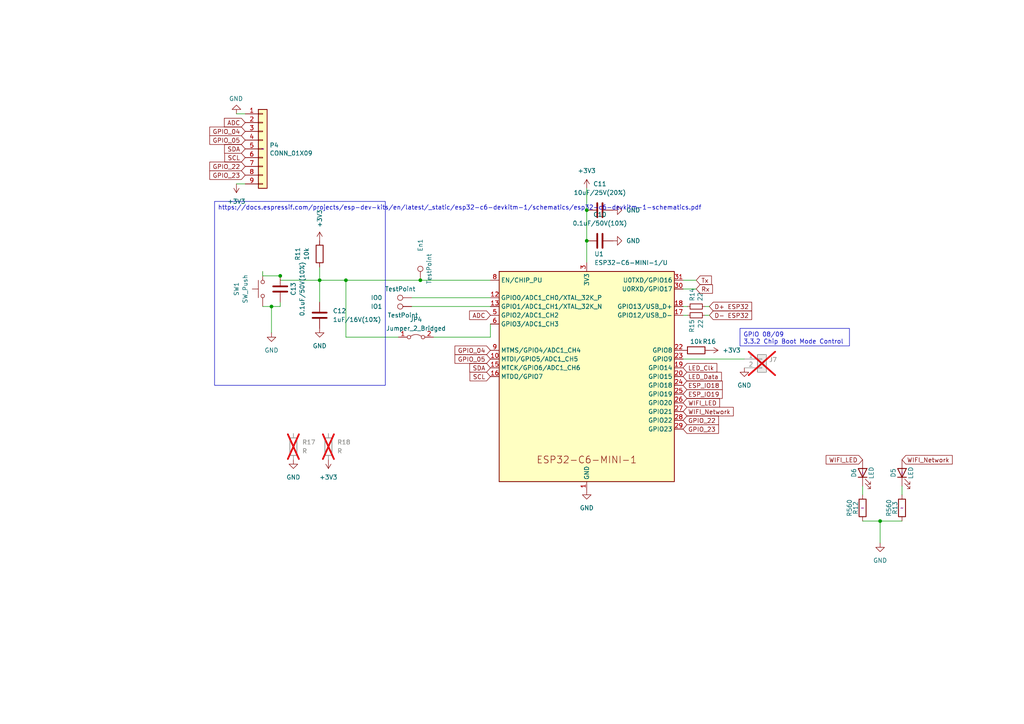
<source format=kicad_sch>
(kicad_sch (version 20230121) (generator eeschema)
  (paper "A4")
  (lib_symbols
    (symbol "Connector:TestPoint" (pin_numbers hide) (pin_names (offset 0.762) hide)
      (property "Reference" "TP" (at 0 6.858 0))
      (property "Value" "TestPoint" (at 0 5.08 0))
      (symbol "TestPoint_0_1"
        (circle (center 0 3.302) (radius 0.762))
      )
      (symbol "TestPoint_1_1"
        (pin passive line (at 0 0 90) (length 2.54) (name "1") (number "1"))
      )
    )
    (symbol "Connector_Generic:Conn_01x02" (pin_names (offset 1.016) hide)
      (property "Reference" "J" (at 0 2.54 0))
      (property "Value" "Conn_01x02" (at 0 -5.08 0))
      (symbol "Conn_01x02_1_1"
        (rectangle (start -1.27 -2.413) (end 0 -2.667) (stroke (width 0.1524)))
        (rectangle (start -1.27 0.127) (end 0 -0.127) (stroke (width 0.1524)))
        (rectangle (start -1.27 1.27) (end 1.27 -3.81) (stroke (width 0.254)) (fill (type background)))
        (pin passive line (at -5.08 0 0) (length 3.81) (name "Pin_1") (number "1"))
        (pin passive line (at -5.08 -2.54 0) (length 3.81) (name "Pin_2") (number "2"))
      )
    )
    (symbol "Connector_Generic:Conn_01x09" (pin_names (offset 1.016) hide)
      (property "Reference" "J" (at 0 12.7 0))
      (property "Value" "Conn_01x09" (at 0 -12.7 0))
      (symbol "Conn_01x09_1_1"
        (rectangle (start -1.27 -10.033) (end 0 -10.287) (stroke (width 0.1524)))
        (rectangle (start -1.27 -7.493) (end 0 -7.747) (stroke (width 0.1524)))
        (rectangle (start -1.27 -4.953) (end 0 -5.207) (stroke (width 0.1524)))
        (rectangle (start -1.27 -2.413) (end 0 -2.667) (stroke (width 0.1524)))
        (rectangle (start -1.27 0.127) (end 0 -0.127) (stroke (width 0.1524)))
        (rectangle (start -1.27 2.667) (end 0 2.413) (stroke (width 0.1524)))
        (rectangle (start -1.27 5.207) (end 0 4.953) (stroke (width 0.1524)))
        (rectangle (start -1.27 7.747) (end 0 7.493) (stroke (width 0.1524)))
        (rectangle (start -1.27 10.287) (end 0 10.033) (stroke (width 0.1524)))
        (rectangle (start -1.27 11.43) (end 1.27 -11.43) (stroke (width 0.254)) (fill (type background)))
        (pin passive line (at -5.08 10.16 0) (length 3.81) (name "Pin_1") (number "1"))
        (pin passive line (at -5.08 7.62 0) (length 3.81) (name "Pin_2") (number "2"))
        (pin passive line (at -5.08 5.08 0) (length 3.81) (name "Pin_3") (number "3"))
        (pin passive line (at -5.08 2.54 0) (length 3.81) (name "Pin_4") (number "4"))
        (pin passive line (at -5.08 0 0) (length 3.81) (name "Pin_5") (number "5"))
        (pin passive line (at -5.08 -2.54 0) (length 3.81) (name "Pin_6") (number "6"))
        (pin passive line (at -5.08 -5.08 0) (length 3.81) (name "Pin_7") (number "7"))
        (pin passive line (at -5.08 -7.62 0) (length 3.81) (name "Pin_8") (number "8"))
        (pin passive line (at -5.08 -10.16 0) (length 3.81) (name "Pin_9") (number "9"))
      )
    )
    (symbol "Device:C" (pin_numbers hide) (pin_names (offset 0.254))
      (property "Reference" "C" (at 0.635 2.54 0))
      (property "Value" "C" (at 0.635 -2.54 0))
      (symbol "C_0_1"
        (polyline (pts (xy -2.032 -0.762) (xy 2.032 -0.762)) (stroke (width 0.508)))
        (polyline (pts (xy -2.032 0.762) (xy 2.032 0.762)) (stroke (width 0.508)))
      )
      (symbol "C_1_1"
        (pin passive line (at 0 3.81 270) (length 2.794) (name "~") (number "1"))
        (pin passive line (at 0 -3.81 90) (length 2.794) (name "~") (number "2"))
      )
    )
    (symbol "Device:LED" (pin_numbers hide) (pin_names (offset 1.016) hide)
      (property "Reference" "D" (at 0 2.54 0))
      (property "Value" "LED" (at 0 -2.54 0))
      (symbol "LED_0_1"
        (polyline (pts (xy -1.27 -1.27) (xy -1.27 1.27)) (stroke (width 0.254)))
        (polyline (pts (xy -1.27 0) (xy 1.27 0)))
        (polyline (pts (xy 1.27 -1.27) (xy 1.27 1.27) (xy -1.27 0) (xy 1.27 -1.27)) (stroke (width 0.254)))
        (polyline (pts (xy -3.048 -0.762) (xy -4.572 -2.286) (xy -3.81 -2.286) (xy -4.572 -2.286) (xy -4.572 -1.524)))
        (polyline (pts (xy -1.778 -0.762) (xy -3.302 -2.286) (xy -2.54 -2.286) (xy -3.302 -2.286) (xy -3.302 -1.524)))
      )
      (symbol "LED_1_1"
        (pin passive line (at -3.81 0 0) (length 2.54) (name "K") (number "1"))
        (pin passive line (at 3.81 0 180) (length 2.54) (name "A") (number "2"))
      )
    )
    (symbol "Device:R" (pin_numbers hide) (pin_names (offset 0))
      (property "Reference" "R" (at 2.032 0 90))
      (property "Value" "R" (at 0 0 90))
      (symbol "R_0_1"
        (rectangle (start -1.016 -2.54) (end 1.016 2.54) (stroke (width 0.254)))
      )
      (symbol "R_1_1"
        (pin passive line (at 0 3.81 270) (length 1.27) (name "~") (number "1"))
        (pin passive line (at 0 -3.81 90) (length 1.27) (name "~") (number "2"))
      )
    )
    (symbol "Device:R_Small" (pin_numbers hide) (pin_names (offset 0.254) hide)
      (property "Reference" "R" (at 0.762 0.508 0))
      (property "Value" "R_Small" (at 0.762 -1.016 0))
      (symbol "R_Small_0_1"
        (rectangle (start -0.762 1.778) (end 0.762 -1.778) (stroke (width 0.2032)))
      )
      (symbol "R_Small_1_1"
        (pin passive line (at 0 2.54 270) (length 0.762) (name "~") (number "1"))
        (pin passive line (at 0 -2.54 90) (length 0.762) (name "~") (number "2"))
      )
    )
    (symbol "Jumper:Jumper_2_Bridged" (pin_names (offset 0) hide)
      (property "Reference" "JP" (at 0 1.905 0))
      (property "Value" "Jumper_2_Bridged" (at 0 -2.54 0))
      (symbol "Jumper_2_Bridged_0_0"
        (circle (center -2.032 0) (radius 0.508))
        (circle (center 2.032 0) (radius 0.508))
      )
      (symbol "Jumper_2_Bridged_0_1"
        (arc (start 1.524 0.254) (mid 0 0.762) (end -1.524 0.254))
      )
      (symbol "Jumper_2_Bridged_1_1"
        (pin passive line (at -5.08 0 0) (length 2.54) (name "A") (number "1"))
        (pin passive line (at 5.08 0 180) (length 2.54) (name "B") (number "2"))
      )
    )
    (symbol "PCM_Espressif:ESP32-C6-MINI-1/U"
      (property "Reference" "U" (at -25.4 35.56 0))
      (property "Value" "ESP32-C6-MINI-1/U" (at -25.4 33.02 0))
      (symbol "ESP32-C6-MINI-1/U_0_0"
        (text "ESP32-C6-MINI-1" (at 0 -24.13 0) (effects (font (size 2 2))))
      )
      (symbol "ESP32-C6-MINI-1/U_0_1"
        (rectangle (start -25.4 30.48) (end 25.4 -30.48) (stroke (width 0.254)) (fill (type background)))
      )
      (symbol "ESP32-C6-MINI-1/U_1_1"
        (pin power_in line (at 0 -33.02 90) (length 2.54) (name "GND") (number "1"))
        (pin bidirectional line (at -27.94 5.08 0) (length 2.54) (name "MTDI/GPIO5/ADC1_CH5") (number "10"))
        (pin passive line (at 0 -33.02 90) (length 2.54) hide (name "GND") (number "11"))
        (pin bidirectional line (at -27.94 22.86 0) (length 2.54) (name "GPIO0/ADC1_CH0/XTAL_32K_P") (number "12"))
        (pin bidirectional line (at -27.94 20.32 0) (length 2.54) (name "GPIO1/ADC1_CH1/XTAL_32K_N") (number "13"))
        (pin passive line (at 0 -33.02 90) (length 2.54) hide (name "GND") (number "14"))
        (pin bidirectional line (at -27.94 2.54 0) (length 2.54) (name "MTCK/GPIO6/ADC1_CH6") (number "15"))
        (pin bidirectional line (at -27.94 0 0) (length 2.54) (name "MTDO/GPIO7") (number "16"))
        (pin bidirectional line (at 27.94 17.78 180) (length 2.54) (name "GPIO12/USB_D-") (number "17"))
        (pin bidirectional line (at 27.94 20.32 180) (length 2.54) (name "GPIO13/USB_D+") (number "18"))
        (pin bidirectional line (at 27.94 2.54 180) (length 2.54) (name "GPIO14") (number "19"))
        (pin passive line (at 0 -33.02 90) (length 2.54) hide (name "GND") (number "2"))
        (pin bidirectional line (at 27.94 0 180) (length 2.54) (name "GPIO15") (number "20"))
        (pin no_connect line (at -25.4 -10.16 0) (length 2.54) hide (name "NC") (number "21"))
        (pin bidirectional line (at 27.94 7.62 180) (length 2.54) (name "GPIO8") (number "22"))
        (pin bidirectional line (at 27.94 5.08 180) (length 2.54) (name "GPIO9") (number "23"))
        (pin bidirectional line (at 27.94 -2.54 180) (length 2.54) (name "GPIO18") (number "24"))
        (pin bidirectional line (at 27.94 -5.08 180) (length 2.54) (name "GPIO19") (number "25"))
        (pin bidirectional line (at 27.94 -7.62 180) (length 2.54) (name "GPIO20") (number "26"))
        (pin bidirectional line (at 27.94 -10.16 180) (length 2.54) (name "GPIO21") (number "27"))
        (pin bidirectional line (at 27.94 -12.7 180) (length 2.54) (name "GPIO22") (number "28"))
        (pin bidirectional line (at 27.94 -15.24 180) (length 2.54) (name "GPIO23") (number "29"))
        (pin power_in line (at 0 33.02 270) (length 2.54) (name "3V3") (number "3"))
        (pin bidirectional line (at 27.94 25.4 180) (length 2.54) (name "U0RXD/GPIO17") (number "30"))
        (pin bidirectional line (at 27.94 27.94 180) (length 2.54) (name "U0TXD/GPIO16") (number "31"))
        (pin no_connect line (at -25.4 -12.7 0) (length 2.54) hide (name "NC") (number "32"))
        (pin no_connect line (at -25.4 -15.24 0) (length 2.54) hide (name "NC") (number "33"))
        (pin no_connect line (at -25.4 -17.78 0) (length 2.54) hide (name "NC") (number "34"))
        (pin no_connect line (at -25.4 -20.32 0) (length 2.54) hide (name "NC") (number "35"))
        (pin passive line (at 0 -33.02 90) (length 2.54) hide (name "GND") (number "36"))
        (pin passive line (at 0 -33.02 90) (length 2.54) hide (name "GND") (number "37"))
        (pin passive line (at 0 -33.02 90) (length 2.54) hide (name "GND") (number "38"))
        (pin passive line (at 0 -33.02 90) (length 2.54) hide (name "GND") (number "39"))
        (pin no_connect line (at -25.4 -5.08 0) (length 2.54) hide (name "NC") (number "4"))
        (pin passive line (at 0 -33.02 90) (length 2.54) hide (name "GND") (number "40"))
        (pin passive line (at 0 -33.02 90) (length 2.54) hide (name "GND") (number "41"))
        (pin passive line (at 0 -33.02 90) (length 2.54) hide (name "GND") (number "42"))
        (pin passive line (at 0 -33.02 90) (length 2.54) hide (name "GND") (number "43"))
        (pin passive line (at 0 -33.02 90) (length 2.54) hide (name "GND") (number "44"))
        (pin passive line (at 0 -33.02 90) (length 2.54) hide (name "GND") (number "45"))
        (pin passive line (at 0 -33.02 90) (length 2.54) hide (name "GND") (number "46"))
        (pin passive line (at 0 -33.02 90) (length 2.54) hide (name "GND") (number "47"))
        (pin passive line (at 0 -33.02 90) (length 2.54) hide (name "GND") (number "48"))
        (pin passive line (at 0 -33.02 90) (length 2.54) hide (name "GND") (number "49"))
        (pin bidirectional line (at -27.94 17.78 0) (length 2.54) (name "GPIO2/ADC1_CH2") (number "5"))
        (pin passive line (at 0 -33.02 90) (length 2.54) hide (name "GND") (number "50"))
        (pin passive line (at 0 -33.02 90) (length 2.54) hide (name "GND") (number "51"))
        (pin passive line (at 0 -33.02 90) (length 2.54) hide (name "GND") (number "52"))
        (pin passive line (at 0 -33.02 90) (length 2.54) hide (name "GND") (number "53"))
        (pin bidirectional line (at -27.94 15.24 0) (length 2.54) (name "GPIO3/ADC1_CH3") (number "6"))
        (pin no_connect line (at -25.4 -7.62 0) (length 2.54) hide (name "NC") (number "7"))
        (pin input line (at -27.94 27.94 0) (length 2.54) (name "EN/CHIP_PU") (number "8"))
        (pin bidirectional line (at -27.94 7.62 0) (length 2.54) (name "MTMS/GPIO4/ADC1_CH4") (number "9"))
      )
    )
    (symbol "Switch:SW_Push" (pin_numbers hide) (pin_names (offset 1.016) hide)
      (property "Reference" "SW" (at 1.27 2.54 0))
      (property "Value" "SW_Push" (at 0 -1.524 0))
      (symbol "SW_Push_0_1"
        (circle (center -2.032 0) (radius 0.508))
        (polyline (pts (xy 0 1.27) (xy 0 3.048)))
        (polyline (pts (xy 2.54 1.27) (xy -2.54 1.27)))
        (circle (center 2.032 0) (radius 0.508))
        (pin passive line (at -5.08 0 0) (length 2.54) (name "1") (number "1"))
        (pin passive line (at 5.08 0 180) (length 2.54) (name "2") (number "2"))
      )
    )
    (symbol "power:+3V3" (power) (pin_names (offset 0))
      (property "Value" "+3V3" (at 0 3.556 0))
      (symbol "+3V3_0_1"
        (polyline (pts (xy -0.762 1.27) (xy 0 2.54)))
        (polyline (pts (xy 0 0) (xy 0 2.54)))
        (polyline (pts (xy 0 2.54) (xy 0.762 1.27)))
      )
      (symbol "+3V3_1_1"
        (pin power_in line (at 0 0 90) (length 0) hide (name "+3V3") (number "1"))
      )
    )
    (symbol "power:GND" (power) (pin_names (offset 0))
      (property "Value" "GND" (at 0 -3.81 0))
      (symbol "GND_0_1"
        (polyline (pts (xy 0 0) (xy 0 -1.27) (xy 1.27 -1.27) (xy 0 -2.54) (xy -1.27 -1.27) (xy 0 -1.27)))
      )
      (symbol "GND_1_1"
        (pin power_in line (at 0 0 270) (length 0) hide (name "GND") (number "1"))
      )
    )
  )
  (junction (at 81.28 80.01))
  (junction (at 78.74 88.9))
  (junction (at 170.18 60.96))
  (junction (at 170.18 69.85))
  (junction (at 255.27 151.13))
  (junction (at 92.71 81.28))
  (junction (at 121.92 81.28))
  (junction (at 100.33 81.28))
  (wire (pts (xy 115.57 97.79) (xy 100.33 97.79)))
  (wire (pts (xy 170.18 54.61) (xy 170.18 60.96)))
  (wire (pts (xy 170.18 69.85) (xy 170.18 76.2)))
  (wire (pts (xy 81.28 87.63) (xy 81.28 88.9)))
  (wire (pts (xy 198.12 81.28) (xy 201.93 81.28)))
  (wire (pts (xy 255.27 151.13) (xy 255.27 157.48)))
  (wire (pts (xy 261.62 140.97) (xy 261.62 143.51)))
  (wire (pts (xy 142.24 93.98) (xy 142.24 97.79)))
  (wire (pts (xy 68.58 33.02) (xy 71.12 33.02)))
  (wire (pts (xy 92.71 81.28) (xy 100.33 81.28)))
  (wire (pts (xy 76.2 80.01) (xy 76.2 78.74)))
  (wire (pts (xy 76.2 80.01) (xy 81.28 80.01)))
  (wire (pts (xy 78.74 96.52) (xy 78.74 88.9)))
  (wire (pts (xy 81.28 81.28) (xy 81.28 80.01)))
  (wire (pts (xy 204.47 88.9) (xy 205.74 88.9)))
  (wire (pts (xy 142.24 88.9) (xy 119.38 88.9)))
  (wire (pts (xy 121.92 81.28) (xy 142.24 81.28)))
  (wire (pts (xy 250.19 151.13) (xy 255.27 151.13)))
  (wire (pts (xy 100.33 81.28) (xy 121.92 81.28)))
  (wire (pts (xy 198.12 88.9) (xy 199.39 88.9)))
  (wire (pts (xy 81.28 88.9) (xy 78.74 88.9)))
  (wire (pts (xy 100.33 97.79) (xy 100.33 81.28)))
  (wire (pts (xy 198.12 104.14) (xy 215.9 104.14)))
  (wire (pts (xy 255.27 151.13) (xy 261.62 151.13)))
  (wire (pts (xy 198.12 91.44) (xy 199.39 91.44)))
  (wire (pts (xy 119.38 86.36) (xy 142.24 86.36)))
  (wire (pts (xy 170.18 60.96) (xy 170.18 69.85)))
  (wire (pts (xy 92.71 87.63) (xy 92.71 81.28)))
  (wire (pts (xy 92.71 77.47) (xy 92.71 81.28)))
  (wire (pts (xy 142.24 97.79) (xy 125.73 97.79)))
  (wire (pts (xy 204.47 91.44) (xy 205.74 91.44)))
  (wire (pts (xy 198.12 83.82) (xy 201.93 83.82)))
  (wire (pts (xy 250.19 140.97) (xy 250.19 143.51)))
  (wire (pts (xy 78.74 88.9) (xy 76.2 88.9)))
  (wire (pts (xy 71.12 53.34) (xy 68.58 53.34)))
  (wire (pts (xy 81.28 81.28) (xy 92.71 81.28)))
  (text_box "GPIO 08/09\n3.3.2 Chip Boot Mode Control" (at 214.63 95.25 0) (size 31.75 5.08) (effects (font (size 1.27 1.27)) (justify left top)))
  (text_box "Resource 0805 LEDS" (at 303.53 99.06 0) (size 64.77 57.15) (effects (font (size 1.27 1.27)) (justify left top)))
  (text_box "https://docs.espressif.com/projects/esp-dev-kits/en/latest/_static/esp32-c6-devkitm-1/schematics/esp32-c6-devkitm-1-schematics.pdf" (at 62.23 58.42 0) (size 49.53 53.34) (effects (font (size 1.27 1.27)) (justify left top)))
  (global_label "Rx" (shape input) (at 201.93 83.82 0) (property "Intersheetrefs" "${INTERSHEET_REFS}" (effects hide)))
  (global_label "GPIO_04" (shape input) (at 71.12 38.1 180) (property "Intersheetrefs" "${INTERSHEET_REFS}" (effects hide)))
  (global_label "D+ ESP32" (shape input) (at 205.74 88.9 0) (property "Intersheetrefs" "${INTERSHEET_REFS}" (effects hide)))
  (global_label "WIFI_LED" (shape input) (at 250.19 133.35 180) (property "Intersheetrefs" "${INTERSHEET_REFS}" (effects hide)))
  (global_label "WIFI_Network" (shape input) (at 261.62 133.35 0) (property "Intersheetrefs" "${INTERSHEET_REFS}" (effects hide)))
  (global_label "SDA" (shape input) (at 71.12 43.18 180) (property "Intersheetrefs" "${INTERSHEET_REFS}" (effects hide)))
  (global_label "GPIO_04" (shape input) (at 142.24 101.6 180) (property "Intersheetrefs" "${INTERSHEET_REFS}" (effects hide)))
  (global_label "ADC" (shape input) (at 71.12 35.56 180) (property "Intersheetrefs" "${INTERSHEET_REFS}" (effects hide)))
  (global_label "GPIO_05" (shape input) (at 142.24 104.14 180) (property "Intersheetrefs" "${INTERSHEET_REFS}" (effects hide)))
  (global_label "GPIO_22" (shape input) (at 71.12 48.26 180) (property "Intersheetrefs" "${INTERSHEET_REFS}" (effects hide)))
  (global_label "ADC" (shape input) (at 142.24 91.44 180) (property "Intersheetrefs" "${INTERSHEET_REFS}" (effects hide)))
  (global_label "WIFI_LED" (shape input) (at 198.12 116.84 0) (property "Intersheetrefs" "${INTERSHEET_REFS}" (effects hide)))
  (global_label "WIFI_Network" (shape input) (at 198.12 119.38 0) (property "Intersheetrefs" "${INTERSHEET_REFS}" (effects hide)))
  (global_label "GPIO_23" (shape input) (at 71.12 50.8 180) (property "Intersheetrefs" "${INTERSHEET_REFS}" (effects hide)))
  (global_label "ESP_IO18" (shape input) (at 198.12 111.76 0) (property "Intersheetrefs" "${INTERSHEET_REFS}" (effects hide)))
  (global_label "SCL" (shape input) (at 142.24 109.22 180) (property "Intersheetrefs" "${INTERSHEET_REFS}" (effects hide)))
  (global_label "GPIO_23" (shape input) (at 198.12 124.46 0) (property "Intersheetrefs" "${INTERSHEET_REFS}" (effects hide)))
  (global_label "LED_Data" (shape input) (at 198.12 109.22 0) (property "Intersheetrefs" "${INTERSHEET_REFS}" (effects hide)))
  (global_label "LED_Clk" (shape input) (at 198.12 106.68 0) (property "Intersheetrefs" "${INTERSHEET_REFS}" (effects hide)))
  (global_label "SDA" (shape input) (at 142.24 106.68 180) (property "Intersheetrefs" "${INTERSHEET_REFS}" (effects hide)))
  (global_label "D- ESP32" (shape input) (at 205.74 91.44 0) (property "Intersheetrefs" "${INTERSHEET_REFS}" (effects hide)))
  (global_label "Tx" (shape input) (at 201.93 81.28 0) (property "Intersheetrefs" "${INTERSHEET_REFS}" (effects hide)))
  (global_label "GPIO_05" (shape input) (at 71.12 40.64 180) (property "Intersheetrefs" "${INTERSHEET_REFS}" (effects hide)))
  (global_label "GPIO_22" (shape input) (at 198.12 121.92 0) (property "Intersheetrefs" "${INTERSHEET_REFS}" (effects hide)))
  (global_label "SCL" (shape input) (at 71.12 45.72 180) (property "Intersheetrefs" "${INTERSHEET_REFS}" (effects hide)))
  (global_label "ESP_IO19" (shape input) (at 198.12 114.3 0) (property "Intersheetrefs" "${INTERSHEET_REFS}" (effects hide)))
  (symbol (lib_id "Connector_Generic:Conn_01x09") (at 76.2 43.18 0) (unit 1)
    (property "Reference" "P4" (at 78.1812 42.1386 0) (effects (justify left)))
    (property "Value" "CONN_01X09" (at 78.1812 44.45 0) (effects (justify left)))
    (property "Footprint" "Connector_PinSocket_2.54mm:PinSocket_1x09_P2.54mm_Vertical" (effects hide))
    (property "Datasheet" "~" (at 76.2 43.18 0))
    (property "Description" "DNP" (effects hide))
  )
  (symbol (lib_id "power:GND") (at 78.74 96.52 0) (unit 1)
    (property "Reference" "#PWR033" (effects hide))
    (property "Value" "GND" (at 78.74 101.6 0))
  )
  (symbol (lib_id "power:GND") (at 170.18 142.24 0) (unit 1)
    (property "Reference" "#PWR02" (effects hide))
    (property "Value" "GND" (at 170.18 147.32 0))
  )
  (symbol (lib_id "Device:R") (at 85.09 129.54 0) (unit 1) (dnp yes)
    (property "Reference" "R17" (at 87.63 128.27 0) (effects (justify left)))
    (property "Value" "R" (at 87.63 130.81 0) (effects (justify left)))
    (property "Footprint" "Resistor_SMD:R_0805_2012Metric" (effects hide))
  )
  (symbol (lib_id "Device:C") (at 92.71 91.44 0) (unit 1)
    (property "Reference" "C12" (at 96.52 90.17 0) (effects (justify left)))
    (property "Value" "1uF/16V(10%)" (at 96.52 92.71 0) (effects (justify left)))
    (property "Footprint" "Capacitor_SMD:C_0603_1608Metric_Pad1.08x0.95mm_HandSolder" (effects hide))
    (property "LCSC" "C85862" (effects hide))
    (property "LCSC Stock" "https://www.lcsc.com/product-detail/Multilayer-Ceramic-Capacitors-MLCC-SMD-SMT_Murata-Electronics-GCM188R71E105KA64D_C85862.html" (effects hide))
  )
  (symbol (lib_id "Connector:TestPoint") (at 119.38 88.9 90) (unit 1)
    (property "Reference" "IO1" (at 109.22 88.9 90))
    (property "Value" "TestPoint" (at 116.84 91.44 90))
    (property "Footprint" "TestPoint:TestPoint_Pad_D2.5mm" (effects hide))
  )
  (symbol (lib_id "Connector_Generic:Conn_01x02") (at 220.98 104.14 0) (unit 1) (dnp yes)
    (property "Reference" "J7" (at 223.012 104.3432 0) (effects (justify left)))
    (property "Value" "Battery_Test_Points" (effects hide))
    (property "Footprint" "Connector_PinSocket_2.54mm:PinSocket_1x02_P2.54mm_Vertical" (effects hide))
  )
  (symbol (lib_id "power:+3V3") (at 170.18 54.61 0) (unit 1)
    (property "Reference" "#PWR07" (effects hide))
    (property "Value" "+3V3" (at 170.18 49.53 0))
  )
  (symbol (lib_id "power:+3V3") (at 205.74 101.6 270) (unit 1)
    (property "Reference" "#PWR038" (effects hide))
    (property "Value" "+3V3" (at 209.55 101.6 90) (effects (justify left)))
  )
  (symbol (lib_id "power:+3V3") (at 68.58 53.34 180) (unit 1)
    (property "Reference" "#PWR03" (effects hide))
    (property "Value" "+3V3" (at 68.58 58.42 0))
  )
  (symbol (lib_id "power:GND") (at 215.9 106.68 0) (unit 1)
    (property "Reference" "#PWR041" (effects hide))
    (property "Value" "GND" (at 215.9 111.76 0))
  )
  (symbol (lib_id "Connector:TestPoint") (at 121.92 81.28 0) (unit 1)
    (property "Reference" "En1" (at 121.92 71.12 90))
    (property "Value" "TestPoint" (at 124.46 77.978 90))
    (property "Footprint" "TestPoint:TestPoint_Pad_D2.5mm" (effects hide))
  )
  (symbol (lib_id "power:GND") (at 85.09 133.35 0) (unit 1)
    (property "Reference" "#PWR039" (effects hide))
    (property "Value" "GND" (at 85.09 138.43 0))
  )
  (symbol (lib_id "power:GND") (at 255.27 157.48 0) (unit 1)
    (property "Reference" "#PWR020" (effects hide))
    (property "Value" "GND" (at 255.27 162.56 0))
  )
  (symbol (lib_id "Device:R") (at 95.25 129.54 0) (unit 1) (dnp yes)
    (property "Reference" "R18" (at 97.79 128.27 0) (effects (justify left)))
    (property "Value" "R" (at 97.79 130.81 0) (effects (justify left)))
    (property "Footprint" "Resistor_SMD:R_0805_2012Metric" (effects hide))
  )
  (symbol (lib_id "Device:R_Small") (at 201.93 88.9 90) (unit 1)
    (property "Reference" "R14" (at 200.7616 87.4014 0) (effects (justify left)))
    (property "Value" "22" (at 203.073 87.4014 0) (effects (justify left)))
    (property "Footprint" "Resistor_SMD:R_0603_1608Metric_Pad0.98x0.95mm_HandSolder" (effects hide))
    (property "Farnell" "3495168 " (effects hide))
    (property "Farnell Price/Stock" "https://uk.farnell.com/yageo/ac0201fr-0722rl/res-22r-1-0-05w-0201-thick-film/dp/3495168" (effects hide))
    (property "LCSC" "C860239" (effects hide))
    (property "LCSC Stock" "https://www.lcsc.com/product-detail/Chip-span-style-background-color-ff0-Resistor-span-Surface-Mount_YAGEO-RT0603BRB0722RL_C860239.html" (effects hide))
  )
  (symbol (lib_id "Connector:TestPoint") (at 119.38 86.36 90) (unit 1)
    (property "Reference" "IO0" (at 109.22 86.36 90))
    (property "Value" "TestPoint" (at 116.078 83.82 90))
    (property "Footprint" "TestPoint:TestPoint_Pad_D2.5mm" (effects hide))
  )
  (symbol (lib_id "Jumper:Jumper_2_Bridged") (at 120.65 97.79 0) (unit 1)
    (property "Reference" "JP4" (at 120.65 92.71 0))
    (property "Value" "Jumper_2_Bridged" (at 120.65 95.25 0))
    (property "Footprint" "Jumper:SolderJumper-2_P1.3mm_Bridged_RoundedPad1.0x1.5mm" (effects hide))
  )
  (symbol (lib_id "Device:R") (at 261.62 147.32 180) (unit 1)
    (property "Reference" "R13" (at 259.588 147.32 90))
    (property "Value" "R560" (at 257.81 147.32 90))
    (property "Footprint" "Resistor_SMD:R_0603_1608Metric_Pad0.98x0.95mm_HandSolder" (effects hide))
    (property "Datasheet" "~" (at 261.62 147.32 0))
    (property "Farnell" "2502470" (effects hide))
    (property "Farnell Price/Stock" "https://uk.farnell.com/walsin/wr06x5600ftl/res-560r-1-75v-0603-thick-film/dp/2502470" (effects hide))
    (property "LCSC" "C5455512" (effects hide))
    (property "LCSC Stock" "https://www.lcsc.com/product-detail/Chip-span-style-background-color-ff0-Resistor-span-Surface-Mount_YAGEO-AT0603BRD07560RL_C5455512.html" (effects hide))
  )
  (symbol (lib_id "power:+3V3") (at 95.25 133.35 180) (unit 1)
    (property "Reference" "#PWR040" (effects hide))
    (property "Value" "+3V3" (at 95.25 138.43 0))
  )
  (symbol (lib_id "Device:LED") (at 261.62 137.16 90) (unit 1)
    (property "Reference" "D5" (at 259.08 137.16 0))
    (property "Value" "LED" (at 264.16 137.16 0))
    (property "Footprint" "LED_SMD:LED_0805_2012Metric_Pad1.15x1.40mm_HandSolder" (effects hide))
    (property "Datasheet" "~" (at 261.62 137.16 0))
    (property "Farnell" "2322102" (effects hide))
    (property "Farnell Price/Stock" "https://uk.farnell.com/multicomp-pro/mp008279/led-green-70mcd-576nm-0805/dp/3796308" (effects hide))
    (property "LCSC" "C497949" (effects hide))
    (property "LCSC Stock" "https://www.lcsc.com/product-detail/LED-Indication-Discrete_HONGLITRONIC-Hongli-Zhihui-HONGLITRONIC-HL-PSC-2012U36FC_C497949.html" (effects hide))
  )
  (symbol (lib_id "power:GND") (at 92.71 95.25 0) (unit 1)
    (property "Reference" "#PWR013" (effects hide))
    (property "Value" "GND" (at 92.71 100.33 0))
  )
  (symbol (lib_id "Switch:SW_Push") (at 76.2 83.82 90) (unit 1)
    (property "Reference" "SW1" (at 68.58 83.82 0))
    (property "Value" "SW_Push" (at 71.12 83.82 0))
    (property "Footprint" "Button_Switch_SMD:SW_Push_1P1T_NO_6x6mm_H9.5mm" (effects hide))
    (property "LCSC" "C221772" (effects hide))
    (property "LCSC Stock" "https://www.lcsc.com/product-detail/Tactile-Switches_C-K-KSEK43GLFS_C221772.html" (effects hide))
  )
  (symbol (lib_id "Device:R") (at 250.19 147.32 180) (unit 1)
    (property "Reference" "R12" (at 248.158 147.32 90))
    (property "Value" "R560" (at 246.38 147.32 90))
    (property "Footprint" "Resistor_SMD:R_0603_1608Metric_Pad0.98x0.95mm_HandSolder" (effects hide))
    (property "Datasheet" "~" (at 250.19 147.32 0))
    (property "Farnell" "2502470" (effects hide))
    (property "Farnell Price/Stock" "https://uk.farnell.com/walsin/wr06x5600ftl/res-560r-1-75v-0603-thick-film/dp/2502470" (effects hide))
    (property "LCSC" "C5455512" (effects hide))
    (property "LCSC Stock" "https://www.lcsc.com/product-detail/Chip-span-style-background-color-ff0-Resistor-span-Surface-Mount_YAGEO-AT0603BRD07560RL_C5455512.html" (effects hide))
  )
  (symbol (lib_id "Device:C") (at 81.28 83.82 0) (unit 1)
    (property "Reference" "C13" (at 85.09 83.82 90))
    (property "Value" "0.1uF/50V(10%)" (at 87.63 83.82 90))
    (property "Footprint" "Capacitor_SMD:C_0603_1608Metric_Pad1.08x0.95mm_HandSolder" (effects hide))
    (property "LCSC" "C237171" (effects hide))
    (property "LCSC Stock" "https://www.lcsc.com/product-detail/Multilayer-Ceramic-Capacitors-MLCC-SMD-SMT_Walsin-Tech-Corp-0603B104J250CT_C237171.html" (effects hide))
  )
  (symbol (lib_id "Device:R_Small") (at 201.93 91.44 90) (unit 1)
    (property "Reference" "R15" (at 200.66 96.52 0) (effects (justify left)))
    (property "Value" "22" (at 203.2 95.25 0) (effects (justify left)))
    (property "Footprint" "Resistor_SMD:R_0603_1608Metric_Pad0.98x0.95mm_HandSolder" (effects hide))
    (property "Farnell" "3495168 " (effects hide))
    (property "Farnell Price/Stock" "https://uk.farnell.com/yageo/ac0201fr-0722rl/res-22r-1-0-05w-0201-thick-film/dp/3495168" (effects hide))
    (property "LCSC" "C860239" (effects hide))
    (property "LCSC Stock" "https://www.lcsc.com/product-detail/Chip-span-style-background-color-ff0-Resistor-span-Surface-Mount_YAGEO-RT0603BRB0722RL_C860239.html" (effects hide))
  )
  (symbol (lib_id "power:GND") (at 68.58 33.02 180) (unit 1)
    (property "Reference" "#PWR04" (effects hide))
    (property "Value" "GND" (at 68.453 28.6258 0))
  )
  (symbol (lib_id "power:+3V3") (at 92.71 69.85 0) (unit 1)
    (property "Reference" "#PWR032" (effects hide))
    (property "Value" "+3V3" (at 92.71 66.04 90) (effects (justify left)))
  )
  (symbol (lib_id "Device:R") (at 92.71 73.66 0) (unit 1)
    (property "Reference" "R11" (at 86.36 73.66 90))
    (property "Value" "10k" (at 88.9 73.66 90))
    (property "Footprint" "Resistor_SMD:R_0603_1608Metric_Pad0.98x0.95mm_HandSolder" (effects hide))
    (property "LCSC" "C862388" (effects hide))
    (property "LCSC Stock" "https://www.lcsc.com/product-detail/Chip-span-style-background-color-ff0-Resistor-span-Surface-Mount_YAGEO-RT0603CRD0710KL_C862388.html" (effects hide))
  )
  (symbol (lib_id "Device:R") (at 201.93 101.6 270) (unit 1)
    (property "Reference" "R16" (at 205.74 99.06 90))
    (property "Value" "10k" (at 201.93 99.06 90))
    (property "Footprint" "Resistor_SMD:R_0603_1608Metric_Pad0.98x0.95mm_HandSolder" (effects hide))
    (property "LCSC" "C862388" (effects hide))
    (property "LCSC Stock" "https://www.lcsc.com/product-detail/Chip-span-style-background-color-ff0-Resistor-span-Surface-Mount_YAGEO-RT0603CRD0710KL_C862388.html" (effects hide))
  )
  (symbol (lib_id "Device:LED") (at 250.19 137.16 90) (unit 1)
    (property "Reference" "D6" (at 247.65 137.16 0))
    (property "Value" "LED" (at 252.73 137.16 0))
    (property "Footprint" "LED_SMD:LED_0805_2012Metric_Pad1.15x1.40mm_HandSolder" (effects hide))
    (property "Datasheet" "~" (at 250.19 137.16 0))
    (property "Farnell" "2322102" (effects hide))
    (property "Farnell Price/Stock" "https://uk.farnell.com/multicomp-pro/mp008279/led-green-70mcd-576nm-0805/dp/3796308" (effects hide))
    (property "LCSC" "C497935" (effects hide))
    (property "LCSC Stock" "https://www.lcsc.com/product-detail/LED-Indication-Discrete_HONGLITRONIC-Hongli-Zhihui-HONGLITRONIC-HL-PST-1608S22OC-04_C497935.html" (effects hide))
  )
  (symbol (lib_id "Device:C") (at 173.99 69.85 270) (unit 1)
    (property "Reference" "C10" (at 173.99 62.23 90))
    (property "Value" "0.1uF/50V(10%)" (at 173.99 64.77 90))
    (property "Footprint" "Capacitor_SMD:C_0603_1608Metric_Pad1.08x0.95mm_HandSolder" (effects hide))
    (property "LCSC" "C237171" (effects hide))
    (property "LCSC Stock" "https://www.lcsc.com/product-detail/Multilayer-Ceramic-Capacitors-MLCC-SMD-SMT_Walsin-Tech-Corp-0603B104J250CT_C237171.html" (effects hide))
  )
  (symbol (lib_id "Device:C") (at 173.99 60.96 270) (unit 1)
    (property "Reference" "C11" (at 173.99 53.34 90))
    (property "Value" "10uF/25V(20%)" (at 173.99 55.88 90))
    (property "Footprint" "Capacitor_SMD:C_0603_1608Metric_Pad1.08x0.95mm_HandSolder" (effects hide))
    (property "LCSC" "C76614" (effects hide))
    (property "LCSC Stock" "https://www.lcsc.com/product-detail/Multilayer-Ceramic-Capacitors-MLCC-SMD-SMT_TDK-C1608X5R1E106MT000E_C76614.html" (effects hide))
  )
  (symbol (lib_id "power:GND") (at 177.8 60.96 90) (unit 1)
    (property "Reference" "#PWR031" (effects hide))
    (property "Value" "GND" (at 181.61 60.96 90) (effects (justify right)))
  )
  (symbol (lib_id "power:GND") (at 177.8 69.85 90) (unit 1)
    (property "Reference" "#PWR030" (effects hide))
    (property "Value" "GND" (at 181.61 69.85 90) (effects (justify right)))
  )
  (symbol (lib_id "PCM_Espressif:ESP32-C6-MINI-1/U") (at 170.18 109.22 0) (unit 1)
    (property "Reference" "U1" (at 172.3741 73.66 0) (effects (justify left)))
    (property "Value" "ESP32-C6-MINI-1/U" (at 172.3741 76.2 0) (effects (justify left)))
    (property "Footprint" "PCM_Espressif:ESP32-C6-MINI-1" (effects hide))
    (property "Datasheet" "https://www.espressif.com/sites/default/files/documentation/esp32-c6-mini-1_datasheet_en.pdf" (effects hide))
    (property "LCSC" "C5736265" (effects hide))
    (property "LCSC Stock" "https://www.lcsc.com/product-detail/WiFi-Modules_Espressif-Systems-ESP32-C6-MINI-1-N4_C5736265.html" (effects hide))
  )
)
</source>
